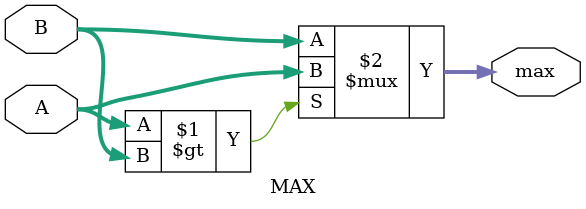
<source format=v>
module MAX (
	input wire [7:0] A,
	input wire [7:0] B,
	output wire [7:0] max
);

assign max = (A > B) ? A : B;

endmodule
</source>
